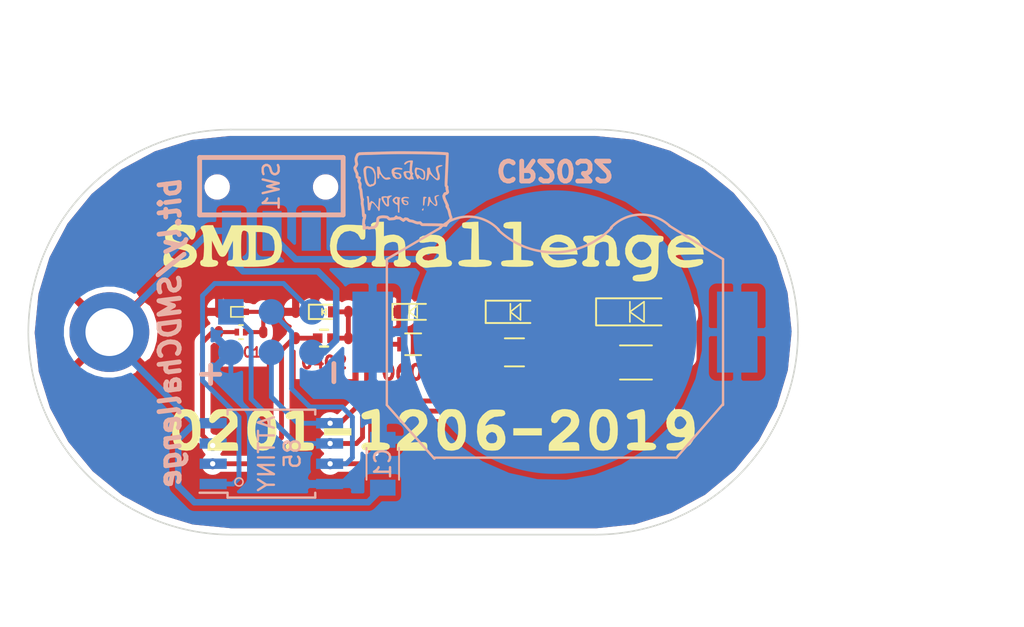
<source format=kicad_pcb>
(kicad_pcb (version 4) (host pcbnew 4.0.7)
  (layers (0 F.Cu signal) (31 B.Cu signal) (34 B.Paste user) (35 F.Paste user) (36 B.SilkS user) (37 F.SilkS user hide) (38 B.Mask user) (39 F.Mask user) (44 Edge.Cuts user))
  (net 0 "")
  (net 1 GND)
  (net 2 +BATT)
  (net 3 "Net-(CON1-Pad1)")
  (net 4 "Net-(CON1-Pad3)")
  (net 5 "Net-(CON1-Pad4)")
  (net 6 "Net-(CON1-Pad5)")
  (net 7 "Net-(D3-Pad2)")
  (net 8 "Net-(D4-Pad2)")
  (net 9 "Net-(BT1-Pad2)")
  (net 10 "Net-(D0-Pad2)")
  (net 11 "Net-(D1-Pad2)")
  (net 12 "Net-(D2-Pad2)")
  (net 13 "Net-(IC1-Pad2)")
  (net 14 "Net-(IC1-Pad3)")
  (net 15 "Net-(SW1-Pad3)")
  (module LED_0201 (layer F.Cu) (at 155.575 104.14)
    (fp_text reference D4 hide)
    (fp_text value LED)
    (pad 1 smd rect (at -0.3 0) (size 0.4 0.4) (layers F.Cu F.Paste F.Mask) (net 1 GND))
    (pad 2 smd rect (at 0.3 0) (size 0.4 0.4) (layers F.Cu F.Paste F.Mask) (net 8 "Net-(D4-Pad2)"))
  )
  (module LEDs:LED_0402 (layer F.Cu) (at 160.782 104.14)
    (fp_text reference D3 hide)
    (fp_text value LED)
    (pad 2 smd rect (at 0.55 0 180) (size 0.6 0.7) (layers F.Cu F.Paste F.Mask) (net 7 "Net-(D3-Pad2)"))
    (pad 1 smd rect (at -0.55 0 180) (size 0.6 0.7) (layers F.Cu F.Paste F.Mask) (net 1 GND))
  )
  (module LEDs:LED_0603 (layer F.Cu) (at 166.37 104.14)
    (fp_text reference D2 hide)
    (fp_text value LED)
    (pad 2 smd rect (at 0.8 0 180) (size 0.8 0.8) (layers F.Cu F.Paste F.Mask) (net 12 "Net-(D2-Pad2)"))
    (pad 1 smd rect (at -0.8 0 180) (size 0.8 0.8) (layers F.Cu F.Paste F.Mask) (net 1 GND))
  )
  (module LEDs:LED_1206 (layer F.Cu) (at 180.34 104.14)
    (fp_text reference D0 hide)
    (fp_text value LED)
    (pad 2 smd rect (at 1.65 0 180) (size 1.5 1.5) (layers F.Cu F.Paste F.Mask) (net 10 "Net-(D0-Pad2)"))
    (pad 1 smd rect (at -1.65 0 180) (size 1.5 1.5) (layers F.Cu F.Paste F.Mask) (net 1 GND))
  )
  (module LEDs:LED_0805 (layer F.Cu) (at 172.72 104.14)
    (fp_text reference D1 hide)
    (fp_text value LED)
    (pad 2 smd rect (at 1.1 0 180) (size 1.2 1.2) (layers F.Cu F.Paste F.Mask) (net 11 "Net-(D1-Pad2)"))
    (pad 1 smd rect (at -1.1 0 180) (size 1.2 1.2) (layers F.Cu F.Paste F.Mask) (net 1 GND))
  )
  (module footprints:testPad (layer F.Cu) (at 183.642 104.267)
    (fp_text reference J10 hide)
    (fp_text value Conn_01x01)
    (pad 1 smd oval (at 0 0) (size 0.508 0.762) (layers F.Cu F.Paste F.Mask) (net 10 "Net-(D0-Pad2)"))
  )
  (module footprints:testPad (layer F.Cu) (at 175.26 104.267)
    (fp_text reference J11 hide)
    (fp_text value Conn_01x01)
    (pad 1 smd oval (at 0 0) (size 0.508 0.762) (layers F.Cu F.Paste F.Mask) (net 11 "Net-(D1-Pad2)"))
  )
  (module footprints:testPad (layer F.Cu) (at 168.402 104.14)
    (fp_text reference J12 hide)
    (fp_text value Conn_01x01)
    (pad 1 smd oval (at 0 0) (size 0.508 0.762) (layers F.Cu F.Paste F.Mask) (net 12 "Net-(D2-Pad2)"))
  )
  (module footprints:testPad (layer F.Cu) (at 162.306 104.14)
    (fp_text reference J3 hide)
    (fp_text value Conn_01x01)
    (pad 1 smd oval (at 0 0) (size 0.508 0.762) (layers F.Cu F.Paste F.Mask) (net 7 "Net-(D3-Pad2)"))
  )
  (module footprints:testPad (layer F.Cu) (at 156.972 104.14)
    (fp_text reference J4 hide)
    (fp_text value Conn_01x01)
    (pad 1 smd oval (at 0 0) (size 0.508 0.762) (layers F.Cu F.Paste F.Mask) (net 8 "Net-(D4-Pad2)"))
  )
  (module footprints:BATT_CR2032_SMD (layer B.Cu) (at 175.26 105.41)
    (fp_text reference BT1 hide)
    (fp_text value Battery hide)
    (pad 2 smd circle (at 0 0) (size 17.78 17.78) (layers B.Cu B.Paste B.Mask) (net 9 "Net-(BT1-Pad2)"))
    (pad 1 smd rect (at -11.43 0) (size 2.54 5.08) (layers B.Cu B.Paste B.Mask) (net 2 +BATT))
    (pad 1 smd rect (at 11.43 0) (size 2.54 5.08) (layers B.Cu B.Paste B.Mask) (net 2 +BATT))
  )
  (module footprints:SPST_SMD (layer B.Cu) (at 157.48 99.06)
    (fp_text reference SW1 (at 0 -2.794 90) (layer B.SilkS) (effects (justify mirror)))
    (fp_text value SW_Push_SPDT)
    (pad "" np_thru_hole circle (at 3.4 -2.75) (size 0.9 0.9) (drill 0.9) (layers *.Cu *.Mask))
    (pad 1 smd rect (at -2.5 0) (size 1.2 2.5) (layers B.Cu B.Paste B.Mask) (net 1 GND))
    (pad 2 smd rect (at 0.04 0) (size 1.2 2.5) (layers B.Cu B.Paste B.Mask) (net 9 "Net-(BT1-Pad2)"))
    (pad 3 smd rect (at 2.5 0) (size 1.2 2.5) (layers B.Cu B.Paste B.Mask) (net 15 "Net-(SW1-Pad3)"))
    (pad "" np_thru_hole circle (at -3.4 -2.75) (size 0.9 0.9) (drill 0.9) (layers *.Cu *.Mask))
  )
  (module footprints:AVR-ISP-6 (layer B.Cu) (at 154.94 104.14 270)
    (fp_text reference CON1 hide)
    (fp_text value AVR-ISP-6 hide)
    (pad 1 smd rect (at 0 0 270) (size 1.6 1.6) (layers B.Cu B.Paste B.Mask) (net 3 "Net-(CON1-Pad1)"))
    (pad 2 smd circle (at 2.54 0 270) (size 1.6 1.6) (layers B.Cu B.Paste B.Mask) (net 2 +BATT))
    (pad 3 smd oval (at 0 -2.54 270) (size 1.6 1.6) (layers B.Cu B.Paste B.Mask) (net 4 "Net-(CON1-Pad3)"))
    (pad 4 smd oval (at 2.54 -2.54 270) (size 1.6 1.6) (layers B.Cu B.Paste B.Mask) (net 5 "Net-(CON1-Pad4)"))
    (pad 5 smd oval (at 0 -5.08 270) (size 1.6 1.6) (layers B.Cu B.Paste B.Mask) (net 6 "Net-(CON1-Pad5)"))
    (pad 6 smd oval (at 2.54 -5.08 270) (size 1.6 1.6) (layers B.Cu B.Paste B.Mask) (net 1 GND))
  )
  (module footprints:SOIJ-8_5.3x5.3mm_Pitch1.27mm (layer B.Cu) (at 157.48 113.03)
    (fp_text reference IC1 hide)
    (fp_text value IC1)
    (pad 1 smd rect (at -3.65 1.905) (size 1.7 0.65) (layers B.Cu B.Paste B.Mask) (net 6 "Net-(CON1-Pad5)"))
    (pad 2 smd rect (at -3.65 0.635) (size 1.7 0.65) (layers B.Cu B.Paste B.Mask) (net 13 "Net-(IC1-Pad2)"))
    (pad 3 smd rect (at -3.65 -0.635) (size 1.7 0.65) (layers B.Cu B.Paste B.Mask) (net 14 "Net-(IC1-Pad3)"))
    (pad 4 smd rect (at -3.65 -1.905) (size 1.7 0.65) (layers B.Cu B.Paste B.Mask) (net 1 GND))
    (pad 5 smd rect (at 3.65 -1.905) (size 1.7 0.65) (layers B.Cu B.Paste B.Mask) (net 5 "Net-(CON1-Pad4)"))
    (pad 6 smd rect (at 3.65 -0.635) (size 1.7 0.65) (layers B.Cu B.Paste B.Mask) (net 3 "Net-(CON1-Pad1)"))
    (pad 7 smd rect (at 3.65 0.635) (size 1.7 0.65) (layers B.Cu B.Paste B.Mask) (net 4 "Net-(CON1-Pad3)"))
    (pad 8 smd rect (at 3.65 1.905) (size 1.7 0.65) (layers B.Cu B.Paste B.Mask) (net 2 +BATT))
  )
  (module footprints:R_0402 (layer F.Cu) (at 160.782 105.791)
    (fp_text reference R3 hide)
    (fp_text value 330)
    (pad 1 smd rect (at -0.4 0) (size 0.6 0.6) (layers F.Cu F.Paste F.Mask) (net 13 "Net-(IC1-Pad2)"))
    (pad 2 smd rect (at 0.5 0) (size 0.6 0.6) (layers F.Cu F.Paste F.Mask) (net 7 "Net-(D3-Pad2)"))
  )
  (module footprints:Pin_Header_Straight_1x01 (layer F.Cu) (at 147.32 105.41)
    (fp_text reference P5 hide)
    (fp_text value CONN_01X01)
    (pad 1 thru_hole circle (at 0 0) (size 5 5) (drill 3) (layers *.Cu B.Mask) (net 1 GND))
  )
  (module footprints:SMDChallenge (layer F.Cu) (at 167.64 100.33)
    (fp_text reference G*** hide)
    (fp_text value LOGO hide)
  )
  (module Capacitors_SMD:C_1206 (layer B.Cu) (at 164.465 113.665 90)
    (fp_text reference C1 (at 0 0 270) (layer B.SilkS) (effects (justify mirror)))
    (fp_text value "0.1 uF")
    (pad 1 smd rect (at -1.5 0 90) (size 1 1.6) (layers B.Cu B.Paste B.Mask) (net 1 GND))
    (pad 2 smd rect (at 1.5 0 90) (size 1 1.6) (layers B.Cu B.Paste B.Mask) (net 2 +BATT))
  )
  (module Resistors_SMD:R_1206 (layer F.Cu) (at 180.34 107.315)
    (fp_text reference R0 hide)
    (fp_text value 330)
    (pad 1 smd rect (at -1.45 0) (size 0.9 1.7) (layers F.Cu F.Paste F.Mask) (net 4 "Net-(CON1-Pad3)"))
    (pad 2 smd rect (at 1.45 0) (size 0.9 1.7) (layers F.Cu F.Paste F.Mask) (net 10 "Net-(D0-Pad2)"))
  )
  (module Resistors_SMD:R_0805 (layer F.Cu) (at 172.72 106.68)
    (fp_text reference R1 hide)
    (fp_text value 330)
    (pad 1 smd rect (at -0.95 0) (size 0.7 1.3) (layers F.Cu F.Paste F.Mask) (net 3 "Net-(CON1-Pad1)"))
    (pad 2 smd rect (at 0.95 0) (size 0.7 1.3) (layers F.Cu F.Paste F.Mask) (net 11 "Net-(D1-Pad2)"))
  )
  (module Resistors_SMD:R_0201 (layer F.Cu) (at 155.575 105.41)
    (fp_text reference R4 hide)
    (fp_text value 330)
    (pad 1 smd rect (at -0.26 0) (size 0.28 0.43) (layers F.Cu F.Paste F.Mask) (net 14 "Net-(IC1-Pad3)"))
    (pad 2 smd rect (at 0.26 0) (size 0.28 0.43) (layers F.Cu F.Paste F.Mask) (net 8 "Net-(D4-Pad2)"))
  )
  (module Resistors_SMD:R_0603 (layer F.Cu) (at 166.37 106.172)
    (fp_text reference R2 hide)
    (fp_text value 330)
    (pad 1 smd rect (at -0.75 0) (size 0.5 0.9) (layers F.Cu F.Paste F.Mask) (net 5 "Net-(CON1-Pad4)"))
    (pad 2 smd rect (at 0.75 0) (size 0.5 0.9) (layers F.Cu F.Paste F.Mask) (net 12 "Net-(D2-Pad2)"))
  )
  (module footprints:testPad (layer F.Cu) (at 159.004 105.791)
    (fp_text reference J1 hide)
    (fp_text value Conn_01x01)
    (pad 1 smd oval (at 0 0) (size 0.508 0.762) (layers F.Cu F.Paste F.Mask) (net 13 "Net-(IC1-Pad2)"))
  )
  (module footprints:testPad (layer F.Cu) (at 154.178 105.41)
    (fp_text reference J2 hide)
    (fp_text value Conn_01x01)
    (pad 1 smd oval (at 0 0) (size 0.508 0.762) (layers F.Cu F.Paste F.Mask) (net 14 "Net-(IC1-Pad3)"))
  )
  (module footprints:testPad (layer F.Cu) (at 162.306 105.791)
    (fp_text reference J3 hide)
    (fp_text value Conn_01x01)
    (pad 1 smd oval (at 0 0) (size 0.508 0.762) (layers F.Cu F.Paste F.Mask) (net 7 "Net-(D3-Pad2)"))
  )
  (module footprints:testPad (layer F.Cu) (at 156.972 105.41)
    (fp_text reference J4 hide)
    (fp_text value Conn_01x01)
    (pad 1 smd oval (at 0 0) (size 0.508 0.762) (layers F.Cu F.Paste F.Mask) (net 8 "Net-(D4-Pad2)"))
  )
  (module footprints:testPad (layer F.Cu) (at 159.004 104.14)
    (fp_text reference J5 hide)
    (fp_text value Conn_01x01)
    (pad 1 smd oval (at 0 0) (size 0.508 0.762) (layers F.Cu F.Paste F.Mask) (net 1 GND))
  )
  (module footprints:testPad (layer F.Cu) (at 154.178 104.14)
    (fp_text reference J6 hide)
    (fp_text value Conn_01x01)
    (pad 1 smd oval (at 0 0) (size 0.508 0.762) (layers F.Cu F.Paste F.Mask) (net 1 GND))
  )
  (module footprints:testPad (layer F.Cu) (at 177.419 107.315)
    (fp_text reference J7 hide)
    (fp_text value Conn_01x01)
    (pad 1 smd oval (at 0 0) (size 0.508 0.762) (layers F.Cu F.Paste F.Mask) (net 4 "Net-(CON1-Pad3)"))
  )
  (module footprints:testPad (layer F.Cu) (at 170.434 106.68)
    (fp_text reference J8 hide)
    (fp_text value Conn_01x01)
    (pad 1 smd oval (at 0 0) (size 0.508 0.762) (layers F.Cu F.Paste F.Mask) (net 3 "Net-(CON1-Pad1)"))
  )
  (module footprints:testPad (layer F.Cu) (at 164.465 106.172)
    (fp_text reference J9 hide)
    (fp_text value Conn_01x01)
    (pad 1 smd oval (at 0 0) (size 0.508 0.762) (layers F.Cu F.Paste F.Mask) (net 5 "Net-(CON1-Pad4)"))
  )
  (module footprints:testPad (layer F.Cu) (at 183.261 107.315)
    (fp_text reference J10 hide)
    (fp_text value Conn_01x01)
    (pad 1 smd oval (at 0 0) (size 0.508 0.762) (layers F.Cu F.Paste F.Mask) (net 10 "Net-(D0-Pad2)"))
  )
  (module footprints:testPad (layer F.Cu) (at 175.133 106.68)
    (fp_text reference J11 hide)
    (fp_text value Conn_01x01)
    (pad 1 smd oval (at 0 0) (size 0.508 0.762) (layers F.Cu F.Paste F.Mask) (net 11 "Net-(D1-Pad2)"))
  )
  (module footprints:testPad (layer F.Cu) (at 168.275 106.172)
    (fp_text reference J12 hide)
    (fp_text value Conn_01x01)
    (pad 1 smd oval (at 0 0) (size 0.508 0.762) (layers F.Cu F.Paste F.Mask) (net 12 "Net-(D2-Pad2)"))
  )
  (module footprints:testPad (layer F.Cu) (at 164.338 104.14)
    (fp_text reference J13 hide)
    (fp_text value Conn_01x01)
    (pad 1 smd oval (at 0 0) (size 0.508 0.762) (layers F.Cu F.Paste F.Mask) (net 1 GND))
  )
  (module footprints:testPad (layer F.Cu) (at 170.18 104.267)
    (fp_text reference J14 hide)
    (fp_text value Conn_01x01)
    (pad 1 smd oval (at 0 0) (size 0.508 0.762) (layers F.Cu F.Paste F.Mask) (net 1 GND))
  )
  (module footprints:testPad (layer F.Cu) (at 177.038 104.267)
    (fp_text reference J15 hide)
    (fp_text value Conn_01x01)
    (pad 1 smd oval (at 0 0) (size 0.508 0.762) (layers F.Cu F.Paste F.Mask) (net 1 GND))
  )
  (module footprints:2019 (layer F.Cu) (at 167.64 111.506)
    (fp_text reference G*** hide)
    (fp_text value LOGO hide)
  )
  (module myFootPrints:MadeInOregonRev25 (layer F.Cu) (at 165.735 96.52 180)
    (fp_text reference VAL hide)
    (fp_text value MadeInOregonRev25 hide)
  )
  (gr_text - (at 161.29 107.95 90) (layer B.SilkS) (effects (font (size 1.5 1.5) (thickness 0.3)) (justify mirror)))
  (gr_text + (at 153.67 107.95) (layer B.SilkS) (effects (font (size 1.5 1.5) (thickness 0.3)) (justify mirror)))
  (gr_text 1206 (at 180.34 109.347) (layer F.Cu) (effects (font (size 1.1 1.1) (thickness 0.275))))
  (gr_text 0805 (at 172.72 108.585) (layer F.Cu) (effects (font (size 1 1) (thickness 0.25))))
  (gr_text 0603 (at 166.116 107.95) (layer F.Cu) (effects (font (size 0.9 0.9) (thickness 0.225))))
  (gr_text 0402 (at 160.782 107.315) (layer F.Cu) (effects (font (size 0.75 0.75) (thickness 0.1875))))
  (gr_text 0201 (at 155.702 106.68) (layer F.Cu) (effects (font (size 0.6 0.6) (thickness 0.125))))
  (gr_line (start 154.94 92.71) (end 177.8 92.71) (angle 90) (layer Edge.Cuts) (width 0.1))
  (gr_line (start 177.8 118.11) (end 154.94 118.11) (angle 90) (layer Edge.Cuts) (width 0.1))
  (gr_arc (start 177.8 105.41) (end 190.5 105.41) (angle 90) (layer Edge.Cuts) (width 0.1))
  (gr_arc (start 177.8 105.41) (end 177.8 92.71) (angle 90) (layer Edge.Cuts) (width 0.1))
  (gr_arc (start 154.94 105.41) (end 154.94 118.11) (angle 90) (layer Edge.Cuts) (width 0.1))
  (gr_arc (start 154.94 105.41) (end 142.24 105.41) (angle 90) (layer Edge.Cuts) (width 0.1))
  (gr_text bit.ly/SMDChallenge (at 151.13 105.41 90) (layer B.SilkS) (effects (font (size 1.27 1.27) (thickness 0.3) italic) (justify mirror)))
  (gr_text CR2032 (at 175.26 95.25 180) (layer B.SilkS) (effects (font (size 1.25 1.25) (thickness 0.3)) (justify mirror)))
  (gr_text "ATTINY\n85" (at 157.988 113.03 90) (layer B.SilkS) (effects (font (size 1 1)) (justify mirror)))
  (segment (start 152.654 116.078) (end 163.552 116.078) (width 0.4064) (layer B.Cu) (net 1))
  (segment (start 152.654 116.078) (end 151.638 115.062) (width 0.4064) (layer B.Cu) (net 1))
  (segment (start 151.638 115.062) (end 151.638 112.141) (width 0.4064) (layer B.Cu) (net 1))
  (segment (start 152.654 111.125) (end 151.638 112.141) (width 0.4064) (layer B.Cu) (net 1))
  (segment (start 163.552 116.078) (end 164.465 115.165) (width 0.4064) (layer B.Cu) (net 1))
  (segment (start 154.98 99.06) (end 154.98 100.878) (width 0.4064) (layer B.Cu) (net 1))
  (segment (start 161.544 105.918) (end 160.782 106.68) (width 0.4064) (layer B.Cu) (net 1))
  (segment (start 161.544 102.743) (end 161.544 105.918) (width 0.4064) (layer B.Cu) (net 1))
  (segment (start 160.401 101.6) (end 161.544 102.743) (width 0.4064) (layer B.Cu) (net 1))
  (segment (start 155.702 101.6) (end 160.401 101.6) (width 0.4064) (layer B.Cu) (net 1))
  (segment (start 154.98 100.878) (end 155.702 101.6) (width 0.4064) (layer B.Cu) (net 1))
  (segment (start 160.782 106.68) (end 160.02 106.68) (width 0.4064) (layer B.Cu) (net 1))
  (segment (start 153.83 111.125) (end 152.654 111.125) (width 0.4064) (layer B.Cu) (net 1))
  (segment (start 152.654 111.125) (end 147.32 105.791) (width 0.4064) (layer B.Cu) (net 1))
  (segment (start 147.32 105.791) (end 147.32 105.41) (width 0.4064) (layer B.Cu) (net 1))
  (segment (start 154.686 102.743) (end 149.987 102.743) (width 0.4064) (layer F.Cu) (net 1))
  (segment (start 149.987 102.743) (end 147.32 105.41) (width 0.4064) (layer F.Cu) (net 1))
  (segment (start 154.98 99.06) (end 153.67 99.06) (width 0.4064) (layer B.Cu) (net 1))
  (segment (start 153.67 99.06) (end 147.32 105.41) (width 0.4064) (layer B.Cu) (net 1))
  (segment (start 153.83 111.125) (end 153.035 111.125) (width 0.4064) (layer B.Cu) (net 1))
  (segment (start 177.038 104.267) (end 177.038 103.251) (width 0.3048) (layer F.Cu) (net 1))
  (segment (start 176.53 102.743) (end 175.26 102.743) (width 0.3048) (layer F.Cu) (net 1))
  (segment (start 177.038 103.251) (end 176.53 102.743) (width 0.3048) (layer F.Cu) (net 1))
  (segment (start 159.004 103.759) (end 159.004 102.997) (width 0.3048) (layer F.Cu) (net 1))
  (segment (start 154.178 103.251) (end 154.178 104.14) (width 0.3048) (layer F.Cu) (net 1))
  (segment (start 154.686 102.743) (end 154.178 103.251) (width 0.3048) (layer F.Cu) (net 1))
  (segment (start 158.75 102.743) (end 154.686 102.743) (width 0.3048) (layer F.Cu) (net 1))
  (segment (start 159.004 102.997) (end 158.75 102.743) (width 0.3048) (layer F.Cu) (net 1))
  (segment (start 164.338 104.14) (end 164.338 103.251) (width 0.3048) (layer F.Cu) (net 1))
  (segment (start 164.338 103.251) (end 163.83 102.743) (width 0.3048) (layer F.Cu) (net 1))
  (segment (start 159.004 103.124) (end 159.004 103.759) (width 0.3048) (layer F.Cu) (net 1))
  (segment (start 159.004 103.759) (end 159.004 104.14) (width 0.3048) (layer F.Cu) (net 1))
  (segment (start 159.385 102.743) (end 159.004 103.124) (width 0.3048) (layer F.Cu) (net 1))
  (segment (start 163.83 102.743) (end 159.385 102.743) (width 0.3048) (layer F.Cu) (net 1))
  (segment (start 170.18 104.267) (end 170.18 103.251) (width 0.3048) (layer F.Cu) (net 1))
  (segment (start 170.18 103.251) (end 169.672 102.743) (width 0.3048) (layer F.Cu) (net 1))
  (segment (start 164.846 102.743) (end 164.338 103.251) (width 0.3048) (layer F.Cu) (net 1))
  (segment (start 169.672 102.743) (end 164.846 102.743) (width 0.3048) (layer F.Cu) (net 1))
  (segment (start 170.688 102.743) (end 170.18 103.251) (width 0.3048) (layer F.Cu) (net 1))
  (segment (start 175.26 102.743) (end 170.688 102.743) (width 0.3048) (layer F.Cu) (net 1))
  (segment (start 175.514 102.743) (end 175.26 102.743) (width 0.3048) (layer F.Cu) (net 1))
  (segment (start 155.275 104.14) (end 154.178 104.14) (width 0.254) (layer F.Cu) (net 1))
  (segment (start 160.232 104.14) (end 159.004 104.14) (width 0.3048) (layer F.Cu) (net 1))
  (segment (start 165.57 104.14) (end 164.338 104.14) (width 0.3048) (layer F.Cu) (net 1))
  (segment (start 171.62 104.14) (end 170.307 104.14) (width 0.3048) (layer F.Cu) (net 1))
  (segment (start 170.307 104.14) (end 170.18 104.267) (width 0.3048) (layer F.Cu) (net 1))
  (segment (start 178.69 104.14) (end 177.165 104.14) (width 0.3048) (layer F.Cu) (net 1))
  (segment (start 177.165 104.14) (end 177.038 104.267) (width 0.3048) (layer F.Cu) (net 1))
  (segment (start 161.13 114.935) (end 161.925 114.935) (width 0.4064) (layer B.Cu) (net 2))
  (segment (start 161.925 114.935) (end 164.465 112.395) (width 0.4064) (layer B.Cu) (net 2))
  (segment (start 164.465 112.395) (end 164.465 112.165) (width 0.4064) (layer B.Cu) (net 2))
  (segment (start 171.45 116.205) (end 169.545 116.205) (width 0.4064) (layer B.Cu) (net 2))
  (segment (start 165.505 112.165) (end 164.465 112.165) (width 0.4064) (layer B.Cu) (net 2))
  (segment (start 169.545 116.205) (end 165.505 112.165) (width 0.4064) (layer B.Cu) (net 2))
  (segment (start 171.323 116.205) (end 171.45 116.205) (width 0.4064) (layer B.Cu) (net 2))
  (segment (start 171.45 116.205) (end 179.07 116.205) (width 0.4064) (layer B.Cu) (net 2))
  (segment (start 186.69 108.585) (end 186.69 105.41) (width 0.4064) (layer B.Cu) (net 2))
  (segment (start 179.07 116.205) (end 186.69 108.585) (width 0.4064) (layer B.Cu) (net 2))
  (segment (start 154.94 106.68) (end 154.94 109.22) (width 0.3048) (layer B.Cu) (net 2))
  (segment (start 159.512 114.935) (end 161.13 114.935) (width 0.3048) (layer B.Cu) (net 2))
  (segment (start 158.877 114.3) (end 159.512 114.935) (width 0.3048) (layer B.Cu) (net 2))
  (segment (start 158.877 113.157) (end 158.877 114.3) (width 0.3048) (layer B.Cu) (net 2))
  (segment (start 154.94 109.22) (end 158.877 113.157) (width 0.3048) (layer B.Cu) (net 2))
  (segment (start 165.1 105.537) (end 165.227 105.41) (width 0.4064) (layer B.Cu) (net 2))
  (segment (start 161.13 112.395) (end 159.004 112.395) (width 0.3048) (layer B.Cu) (net 3))
  (segment (start 156.21 105.41) (end 154.94 104.14) (width 0.3048) (layer B.Cu) (net 3))
  (segment (start 156.21 109.601) (end 156.21 105.41) (width 0.3048) (layer B.Cu) (net 3))
  (segment (start 159.004 112.395) (end 156.21 109.601) (width 0.3048) (layer B.Cu) (net 3))
  (segment (start 170.434 106.68) (end 170.053 106.68) (width 0.3048) (layer F.Cu) (net 3))
  (segment (start 161.163 112.395) (end 161.13 112.395) (width 0.3048) (layer B.Cu) (net 3))
  (via (at 161.163 112.395) (size 0.6858) (drill 0.3302) (layers F.Cu B.Cu) (net 3))
  (segment (start 162.814 112.395) (end 161.163 112.395) (width 0.3048) (layer F.Cu) (net 3))
  (segment (start 163.195 112.014) (end 162.814 112.395) (width 0.3048) (layer F.Cu) (net 3))
  (segment (start 163.195 110.744) (end 163.195 112.014) (width 0.3048) (layer F.Cu) (net 3))
  (segment (start 164.211 109.728) (end 163.195 110.744) (width 0.3048) (layer F.Cu) (net 3))
  (segment (start 168.783 109.728) (end 164.211 109.728) (width 0.3048) (layer F.Cu) (net 3))
  (segment (start 169.164 109.347) (end 168.783 109.728) (width 0.3048) (layer F.Cu) (net 3))
  (segment (start 169.164 107.569) (end 169.164 109.347) (width 0.3048) (layer F.Cu) (net 3))
  (segment (start 170.053 106.68) (end 169.164 107.569) (width 0.3048) (layer F.Cu) (net 3))
  (segment (start 170.434 106.68) (end 171.77 106.68) (width 0.3048) (layer F.Cu) (net 3))
  (segment (start 161.13 113.665) (end 162.179 113.665) (width 0.3048) (layer B.Cu) (net 4))
  (segment (start 158.75 105.41) (end 157.48 104.14) (width 0.3048) (layer B.Cu) (net 4))
  (segment (start 158.75 108.966) (end 158.75 105.41) (width 0.3048) (layer B.Cu) (net 4))
  (segment (start 159.893 110.109) (end 158.75 108.966) (width 0.3048) (layer B.Cu) (net 4))
  (segment (start 161.925 110.109) (end 159.893 110.109) (width 0.3048) (layer B.Cu) (net 4))
  (segment (start 162.56 110.744) (end 161.925 110.109) (width 0.3048) (layer B.Cu) (net 4))
  (segment (start 162.56 113.284) (end 162.56 110.744) (width 0.3048) (layer B.Cu) (net 4))
  (segment (start 162.179 113.665) (end 162.56 113.284) (width 0.3048) (layer B.Cu) (net 4))
  (segment (start 177.419 107.315) (end 177.292 107.315) (width 0.3048) (layer F.Cu) (net 4))
  (segment (start 177.292 107.315) (end 176.784 107.823) (width 0.3048) (layer F.Cu) (net 4))
  (segment (start 161.163 113.665) (end 161.13 113.665) (width 0.3048) (layer B.Cu) (net 4))
  (via (at 161.163 113.665) (size 0.6858) (drill 0.3302) (layers F.Cu B.Cu) (net 4))
  (segment (start 163.322 113.665) (end 161.163 113.665) (width 0.3048) (layer F.Cu) (net 4))
  (segment (start 163.703 113.284) (end 163.322 113.665) (width 0.3048) (layer F.Cu) (net 4))
  (segment (start 163.703 110.998) (end 163.703 113.284) (width 0.3048) (layer F.Cu) (net 4))
  (segment (start 164.338 110.363) (end 163.703 110.998) (width 0.3048) (layer F.Cu) (net 4))
  (segment (start 176.276 110.363) (end 164.338 110.363) (width 0.3048) (layer F.Cu) (net 4))
  (segment (start 176.784 109.855) (end 176.276 110.363) (width 0.3048) (layer F.Cu) (net 4))
  (segment (start 176.784 107.823) (end 176.784 109.855) (width 0.3048) (layer F.Cu) (net 4))
  (segment (start 177.419 107.315) (end 178.89 107.315) (width 0.3048) (layer F.Cu) (net 4))
  (segment (start 161.13 111.125) (end 159.131 111.125) (width 0.3048) (layer B.Cu) (net 5))
  (segment (start 157.48 109.474) (end 157.48 106.68) (width 0.3048) (layer B.Cu) (net 5))
  (segment (start 159.131 111.125) (end 157.48 109.474) (width 0.3048) (layer B.Cu) (net 5))
  (segment (start 164.465 106.172) (end 164.211 106.172) (width 0.3048) (layer F.Cu) (net 5))
  (segment (start 164.211 106.172) (end 163.449 106.934) (width 0.3048) (layer F.Cu) (net 5))
  (segment (start 161.163 111.125) (end 161.13 111.125) (width 0.3048) (layer B.Cu) (net 5))
  (via (at 161.163 111.125) (size 0.6858) (drill 0.3302) (layers F.Cu B.Cu) (net 5))
  (segment (start 161.798 111.125) (end 161.163 111.125) (width 0.3048) (layer F.Cu) (net 5))
  (segment (start 163.449 109.474) (end 161.798 111.125) (width 0.3048) (layer F.Cu) (net 5))
  (segment (start 163.449 106.934) (end 163.449 109.474) (width 0.3048) (layer F.Cu) (net 5))
  (segment (start 164.465 106.172) (end 165.62 106.172) (width 0.3048) (layer F.Cu) (net 5))
  (segment (start 153.83 114.935) (end 155.067 114.935) (width 0.3048) (layer B.Cu) (net 6))
  (segment (start 158.242 102.362) (end 160.02 104.14) (width 0.3048) (layer B.Cu) (net 6))
  (segment (start 153.924 102.362) (end 158.242 102.362) (width 0.3048) (layer B.Cu) (net 6))
  (segment (start 153.162 103.124) (end 153.924 102.362) (width 0.3048) (layer B.Cu) (net 6))
  (segment (start 153.162 104.14) (end 153.162 103.124) (width 0.3048) (layer B.Cu) (net 6))
  (segment (start 153.162 108.458) (end 153.162 104.14) (width 0.3048) (layer B.Cu) (net 6))
  (segment (start 155.448 110.744) (end 153.162 108.458) (width 0.3048) (layer B.Cu) (net 6))
  (segment (start 155.448 114.554) (end 155.448 110.744) (width 0.3048) (layer B.Cu) (net 6))
  (segment (start 155.067 114.935) (end 155.448 114.554) (width 0.3048) (layer B.Cu) (net 6))
  (segment (start 162.306 104.14) (end 161.332 104.14) (width 0.3048) (layer F.Cu) (net 7))
  (segment (start 162.306 105.791) (end 162.306 104.14) (width 0.3048) (layer F.Cu) (net 7))
  (segment (start 161.282 105.791) (end 162.306 105.791) (width 0.3048) (layer F.Cu) (net 7))
  (segment (start 161.409 104.267) (end 161.282 104.14) (width 0.3048) (layer F.Cu) (net 7))
  (segment (start 156.972 104.14) (end 155.875 104.14) (width 0.254) (layer F.Cu) (net 8))
  (segment (start 156.972 105.41) (end 156.972 104.14) (width 0.254) (layer F.Cu) (net 8))
  (segment (start 155.835 105.41) (end 156.972 105.41) (width 0.254) (layer F.Cu) (net 8))
  (segment (start 157.52 99.06) (end 157.52 99.354) (width 0.4064) (layer B.Cu) (net 9))
  (segment (start 157.52 99.354) (end 159.004 100.838) (width 0.4064) (layer B.Cu) (net 9))
  (segment (start 159.004 100.838) (end 166.751 100.838) (width 0.4064) (layer B.Cu) (net 9))
  (segment (start 166.751 100.838) (end 167.894 101.981) (width 0.4064) (layer B.Cu) (net 9))
  (segment (start 176.657 105.41) (end 171.323 105.41) (width 0.4064) (layer B.Cu) (net 9))
  (segment (start 171.323 105.41) (end 167.894 101.981) (width 0.4064) (layer B.Cu) (net 9))
  (segment (start 183.261 107.315) (end 183.388 107.315) (width 0.3048) (layer F.Cu) (net 10))
  (segment (start 183.388 107.315) (end 183.642 107.061) (width 0.3048) (layer F.Cu) (net 10))
  (segment (start 183.642 107.061) (end 183.642 104.267) (width 0.3048) (layer F.Cu) (net 10))
  (segment (start 181.99 104.14) (end 183.515 104.14) (width 0.3048) (layer F.Cu) (net 10))
  (segment (start 183.515 104.14) (end 183.642 104.267) (width 0.3048) (layer F.Cu) (net 10))
  (segment (start 181.79 107.315) (end 183.261 107.315) (width 0.3048) (layer F.Cu) (net 10))
  (segment (start 181.991 104.267) (end 181.864 104.14) (width 0.3048) (layer F.Cu) (net 10))
  (segment (start 175.26 104.267) (end 173.947 104.267) (width 0.3048) (layer F.Cu) (net 11))
  (segment (start 173.947 104.267) (end 173.82 104.14) (width 0.3048) (layer F.Cu) (net 11))
  (segment (start 175.133 106.68) (end 175.133 104.394) (width 0.3048) (layer F.Cu) (net 11))
  (segment (start 175.133 104.394) (end 175.26 104.267) (width 0.3048) (layer F.Cu) (net 11))
  (segment (start 173.67 106.68) (end 175.133 106.68) (width 0.3048) (layer F.Cu) (net 11))
  (segment (start 167.17 104.14) (end 168.402 104.14) (width 0.3048) (layer F.Cu) (net 12))
  (segment (start 168.275 106.172) (end 168.275 104.267) (width 0.3048) (layer F.Cu) (net 12))
  (segment (start 168.275 104.267) (end 168.402 104.14) (width 0.3048) (layer F.Cu) (net 12))
  (segment (start 167.12 106.172) (end 168.275 106.172) (width 0.3048) (layer F.Cu) (net 12))
  (segment (start 167.12 104.19) (end 167.17 104.14) (width 0.3048) (layer F.Cu) (net 12))
  (segment (start 167.386 104.267) (end 167.259 104.14) (width 0.3048) (layer F.Cu) (net 12))
  (segment (start 159.004 105.791) (end 158.877 105.791) (width 0.3048) (layer F.Cu) (net 13))
  (segment (start 153.797 113.665) (end 153.83 113.665) (width 0.3048) (layer B.Cu) (net 13))
  (via (at 153.797 113.665) (size 0.6858) (drill 0.3302) (layers F.Cu B.Cu) (net 13))
  (segment (start 156.464 113.665) (end 153.797 113.665) (width 0.3048) (layer F.Cu) (net 13))
  (segment (start 158.115 112.014) (end 156.464 113.665) (width 0.3048) (layer F.Cu) (net 13))
  (segment (start 158.115 106.553) (end 158.115 112.014) (width 0.3048) (layer F.Cu) (net 13))
  (segment (start 158.877 105.791) (end 158.115 106.553) (width 0.3048) (layer F.Cu) (net 13))
  (segment (start 159.004 105.791) (end 160.382 105.791) (width 0.3048) (layer F.Cu) (net 13))
  (segment (start 154.178 105.41) (end 153.797 105.41) (width 0.3048) (layer F.Cu) (net 14))
  (segment (start 153.797 112.522) (end 153.83 112.489) (width 0.3048) (layer B.Cu) (net 14))
  (via (at 153.797 112.522) (size 0.6858) (drill 0.3302) (layers F.Cu B.Cu) (net 14))
  (segment (start 153.162 111.887) (end 153.797 112.522) (width 0.3048) (layer F.Cu) (net 14))
  (segment (start 153.162 106.045) (end 153.162 111.887) (width 0.3048) (layer F.Cu) (net 14))
  (segment (start 153.797 105.41) (end 153.162 106.045) (width 0.3048) (layer F.Cu) (net 14))
  (segment (start 153.83 112.489) (end 153.83 112.395) (width 0.3048) (layer B.Cu) (net 14))
  (segment (start 154.178 105.41) (end 155.315 105.41) (width 0.254) (layer F.Cu) (net 14))
  (zone (net 1) (net_name GND) (layer F.Cu) (connect_pads (clearance 0.35)) (min_thickness 0.2) (fill yes (arc_segments 32) (thermal_gap 0.508) (thermal_bridge_width 0.508))
    (polygon (pts (xy 191.77 119.38) (xy 140.97 119.38) (xy 140.97 91.44) (xy 191.77 91.44)))
  )
  (zone (net 2) (net_name +BATT) (layer B.Cu) (connect_pads (clearance 0.35)) (min_thickness 0.2) (fill yes (arc_segments 32) (thermal_gap 0.508) (thermal_bridge_width 0.508))
    (polygon (pts (xy 192.278 119.888) (xy 140.462 119.888) (xy 140.462 90.932) (xy 192.278 90.932)))
  )
)
</source>
